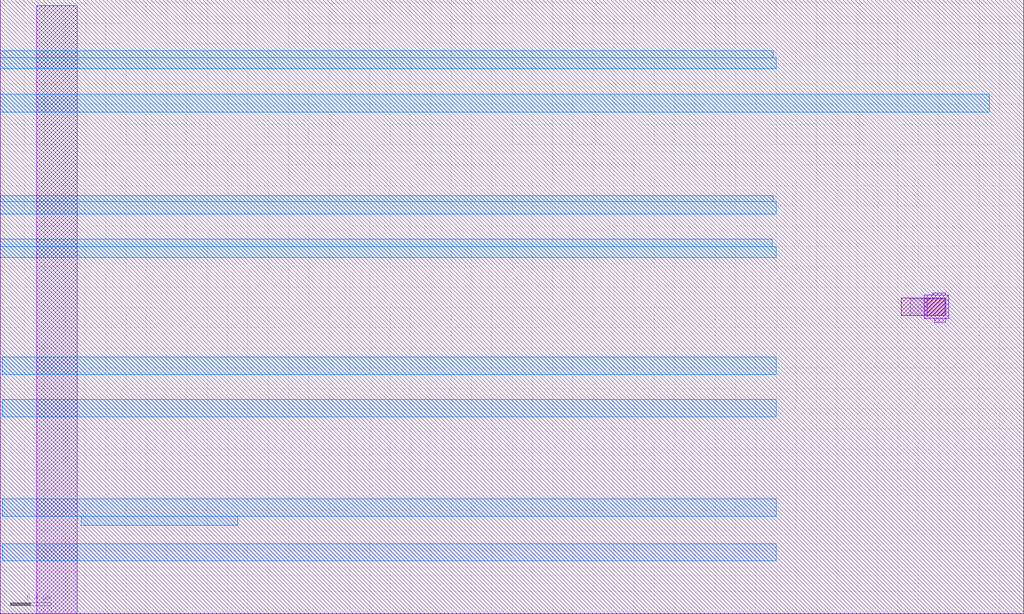
<source format=lef>
VERSION 5.7 ;
  NOWIREEXTENSIONATPIN ON ;
  DIVIDERCHAR "/" ;
  BUSBITCHARS "[]" ;
UNITS
  DATABASE MICRONS 200 ;
END UNITS

LAYER via2
  TYPE CUT ;
END via2

LAYER via
  TYPE CUT ;
END via

LAYER nwell
  TYPE MASTERSLICE ;
END nwell

LAYER via3
  TYPE CUT ;
END via3

LAYER pwell
  TYPE MASTERSLICE ;
END pwell

LAYER via4
  TYPE CUT ;
END via4

LAYER mcon
  TYPE CUT ;
END mcon

LAYER met6
  TYPE ROUTING ;
  WIDTH 0.030000 ;
  SPACING 0.040000 ;
  DIRECTION HORIZONTAL ;
END met6

LAYER met1
  TYPE ROUTING ;
  WIDTH 0.140000 ;
  SPACING 0.140000 ;
  DIRECTION HORIZONTAL ;
END met1

LAYER met3
  TYPE ROUTING ;
  WIDTH 0.300000 ;
  SPACING 0.300000 ;
  DIRECTION HORIZONTAL ;
END met3

LAYER met2
  TYPE ROUTING ;
  WIDTH 0.140000 ;
  SPACING 0.140000 ;
  DIRECTION HORIZONTAL ;
END met2

LAYER met4
  TYPE ROUTING ;
  WIDTH 0.300000 ;
  SPACING 0.300000 ;
  DIRECTION HORIZONTAL ;
END met4

LAYER met5
  TYPE ROUTING ;
  WIDTH 1.600000 ;
  SPACING 1.600000 ;
  DIRECTION HORIZONTAL ;
END met5

LAYER li1
  TYPE ROUTING ;
  WIDTH 0.170000 ;
  SPACING 0.170000 ;
  DIRECTION HORIZONTAL ;
END li1

MACRO sky130_hilas_cellattempt01
  CLASS BLOCK ;
  FOREIGN sky130_hilas_cellattempt01 ;
  ORIGIN 2.640 3.820 ;
  SIZE 10.080 BY 6.050 ;
  OBS
      LAYER nwell ;
        RECT 6.320 -0.720 6.670 -0.710 ;
        RECT 6.320 -0.880 6.490 -0.720 ;
        RECT 6.660 -0.880 6.670 -0.720 ;
      LAYER li1 ;
        RECT 6.230 -0.880 6.670 -0.710 ;
      LAYER mcon ;
        RECT 6.490 -0.880 6.670 -0.710 ;
      LAYER met1 ;
        RECT -2.280 -3.820 -1.880 2.170 ;
        RECT 6.540 -0.680 6.670 -0.660 ;
        RECT 6.460 -0.910 6.700 -0.680 ;
        RECT 6.560 -0.950 6.670 -0.910 ;
      LAYER met2 ;
        RECT -2.640 1.660 4.970 1.730 ;
        RECT -2.640 1.550 5.000 1.660 ;
        RECT -2.640 1.120 7.100 1.300 ;
        RECT -2.640 0.240 4.970 0.300 ;
        RECT -2.640 0.120 5.000 0.240 ;
        RECT -2.640 -0.200 4.960 -0.130 ;
        RECT -2.640 -0.310 5.000 -0.200 ;
        RECT -2.620 -1.460 5.000 -1.290 ;
        RECT -2.620 -1.880 5.000 -1.710 ;
        RECT -2.620 -2.860 5.000 -2.690 ;
        RECT -1.840 -2.950 -0.300 -2.860 ;
        RECT -2.620 -3.300 5.000 -3.130 ;
  END
END sky130_hilas_cellattempt01
END LIBRARY


</source>
